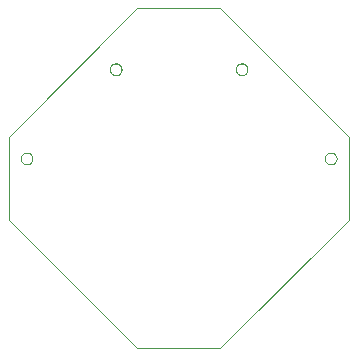
<source format=gm1>
G75*
%MOIN*%
%OFA0B0*%
%FSLAX24Y24*%
%IPPOS*%
%LPD*%
%AMOC8*
5,1,8,0,0,1.08239X$1,22.5*
%
%ADD10C,0.0000*%
D10*
X005262Y004931D02*
X000971Y009222D01*
X000971Y011994D01*
X005262Y016281D01*
X008018Y016281D01*
X012310Y011994D01*
X012310Y009222D01*
X008018Y004931D01*
X005262Y004931D01*
X001376Y011261D02*
X001378Y011288D01*
X001384Y011315D01*
X001393Y011341D01*
X001406Y011365D01*
X001422Y011388D01*
X001441Y011407D01*
X001463Y011424D01*
X001487Y011438D01*
X001512Y011448D01*
X001539Y011455D01*
X001566Y011458D01*
X001594Y011457D01*
X001621Y011452D01*
X001647Y011444D01*
X001671Y011432D01*
X001694Y011416D01*
X001715Y011398D01*
X001732Y011377D01*
X001747Y011353D01*
X001758Y011328D01*
X001766Y011302D01*
X001770Y011275D01*
X001770Y011247D01*
X001766Y011220D01*
X001758Y011194D01*
X001747Y011169D01*
X001732Y011145D01*
X001715Y011124D01*
X001694Y011106D01*
X001672Y011090D01*
X001647Y011078D01*
X001621Y011070D01*
X001594Y011065D01*
X001566Y011064D01*
X001539Y011067D01*
X001512Y011074D01*
X001487Y011084D01*
X001463Y011098D01*
X001441Y011115D01*
X001422Y011134D01*
X001406Y011157D01*
X001393Y011181D01*
X001384Y011207D01*
X001378Y011234D01*
X001376Y011261D01*
X004346Y014231D02*
X004348Y014258D01*
X004354Y014285D01*
X004363Y014311D01*
X004376Y014335D01*
X004392Y014358D01*
X004411Y014377D01*
X004433Y014394D01*
X004457Y014408D01*
X004482Y014418D01*
X004509Y014425D01*
X004536Y014428D01*
X004564Y014427D01*
X004591Y014422D01*
X004617Y014414D01*
X004641Y014402D01*
X004664Y014386D01*
X004685Y014368D01*
X004702Y014347D01*
X004717Y014323D01*
X004728Y014298D01*
X004736Y014272D01*
X004740Y014245D01*
X004740Y014217D01*
X004736Y014190D01*
X004728Y014164D01*
X004717Y014139D01*
X004702Y014115D01*
X004685Y014094D01*
X004664Y014076D01*
X004642Y014060D01*
X004617Y014048D01*
X004591Y014040D01*
X004564Y014035D01*
X004536Y014034D01*
X004509Y014037D01*
X004482Y014044D01*
X004457Y014054D01*
X004433Y014068D01*
X004411Y014085D01*
X004392Y014104D01*
X004376Y014127D01*
X004363Y014151D01*
X004354Y014177D01*
X004348Y014204D01*
X004346Y014231D01*
X004343Y014242D02*
X004345Y014269D01*
X004351Y014296D01*
X004360Y014322D01*
X004373Y014346D01*
X004389Y014369D01*
X004408Y014388D01*
X004430Y014405D01*
X004454Y014419D01*
X004479Y014429D01*
X004506Y014436D01*
X004533Y014439D01*
X004561Y014438D01*
X004588Y014433D01*
X004614Y014425D01*
X004638Y014413D01*
X004661Y014397D01*
X004682Y014379D01*
X004699Y014358D01*
X004714Y014334D01*
X004725Y014309D01*
X004733Y014283D01*
X004737Y014256D01*
X004737Y014228D01*
X004733Y014201D01*
X004725Y014175D01*
X004714Y014150D01*
X004699Y014126D01*
X004682Y014105D01*
X004661Y014087D01*
X004639Y014071D01*
X004614Y014059D01*
X004588Y014051D01*
X004561Y014046D01*
X004533Y014045D01*
X004506Y014048D01*
X004479Y014055D01*
X004454Y014065D01*
X004430Y014079D01*
X004408Y014096D01*
X004389Y014115D01*
X004373Y014138D01*
X004360Y014162D01*
X004351Y014188D01*
X004345Y014215D01*
X004343Y014242D01*
X008541Y014231D02*
X008543Y014258D01*
X008549Y014285D01*
X008558Y014311D01*
X008571Y014335D01*
X008587Y014358D01*
X008606Y014377D01*
X008628Y014394D01*
X008652Y014408D01*
X008677Y014418D01*
X008704Y014425D01*
X008731Y014428D01*
X008759Y014427D01*
X008786Y014422D01*
X008812Y014414D01*
X008836Y014402D01*
X008859Y014386D01*
X008880Y014368D01*
X008897Y014347D01*
X008912Y014323D01*
X008923Y014298D01*
X008931Y014272D01*
X008935Y014245D01*
X008935Y014217D01*
X008931Y014190D01*
X008923Y014164D01*
X008912Y014139D01*
X008897Y014115D01*
X008880Y014094D01*
X008859Y014076D01*
X008837Y014060D01*
X008812Y014048D01*
X008786Y014040D01*
X008759Y014035D01*
X008731Y014034D01*
X008704Y014037D01*
X008677Y014044D01*
X008652Y014054D01*
X008628Y014068D01*
X008606Y014085D01*
X008587Y014104D01*
X008571Y014127D01*
X008558Y014151D01*
X008549Y014177D01*
X008543Y014204D01*
X008541Y014231D01*
X008543Y014242D02*
X008545Y014269D01*
X008551Y014296D01*
X008560Y014322D01*
X008573Y014346D01*
X008589Y014369D01*
X008608Y014388D01*
X008630Y014405D01*
X008654Y014419D01*
X008679Y014429D01*
X008706Y014436D01*
X008733Y014439D01*
X008761Y014438D01*
X008788Y014433D01*
X008814Y014425D01*
X008838Y014413D01*
X008861Y014397D01*
X008882Y014379D01*
X008899Y014358D01*
X008914Y014334D01*
X008925Y014309D01*
X008933Y014283D01*
X008937Y014256D01*
X008937Y014228D01*
X008933Y014201D01*
X008925Y014175D01*
X008914Y014150D01*
X008899Y014126D01*
X008882Y014105D01*
X008861Y014087D01*
X008839Y014071D01*
X008814Y014059D01*
X008788Y014051D01*
X008761Y014046D01*
X008733Y014045D01*
X008706Y014048D01*
X008679Y014055D01*
X008654Y014065D01*
X008630Y014079D01*
X008608Y014096D01*
X008589Y014115D01*
X008573Y014138D01*
X008560Y014162D01*
X008551Y014188D01*
X008545Y014215D01*
X008543Y014242D01*
X011511Y011261D02*
X011513Y011288D01*
X011519Y011315D01*
X011528Y011341D01*
X011541Y011365D01*
X011557Y011388D01*
X011576Y011407D01*
X011598Y011424D01*
X011622Y011438D01*
X011647Y011448D01*
X011674Y011455D01*
X011701Y011458D01*
X011729Y011457D01*
X011756Y011452D01*
X011782Y011444D01*
X011806Y011432D01*
X011829Y011416D01*
X011850Y011398D01*
X011867Y011377D01*
X011882Y011353D01*
X011893Y011328D01*
X011901Y011302D01*
X011905Y011275D01*
X011905Y011247D01*
X011901Y011220D01*
X011893Y011194D01*
X011882Y011169D01*
X011867Y011145D01*
X011850Y011124D01*
X011829Y011106D01*
X011807Y011090D01*
X011782Y011078D01*
X011756Y011070D01*
X011729Y011065D01*
X011701Y011064D01*
X011674Y011067D01*
X011647Y011074D01*
X011622Y011084D01*
X011598Y011098D01*
X011576Y011115D01*
X011557Y011134D01*
X011541Y011157D01*
X011528Y011181D01*
X011519Y011207D01*
X011513Y011234D01*
X011511Y011261D01*
M02*

</source>
